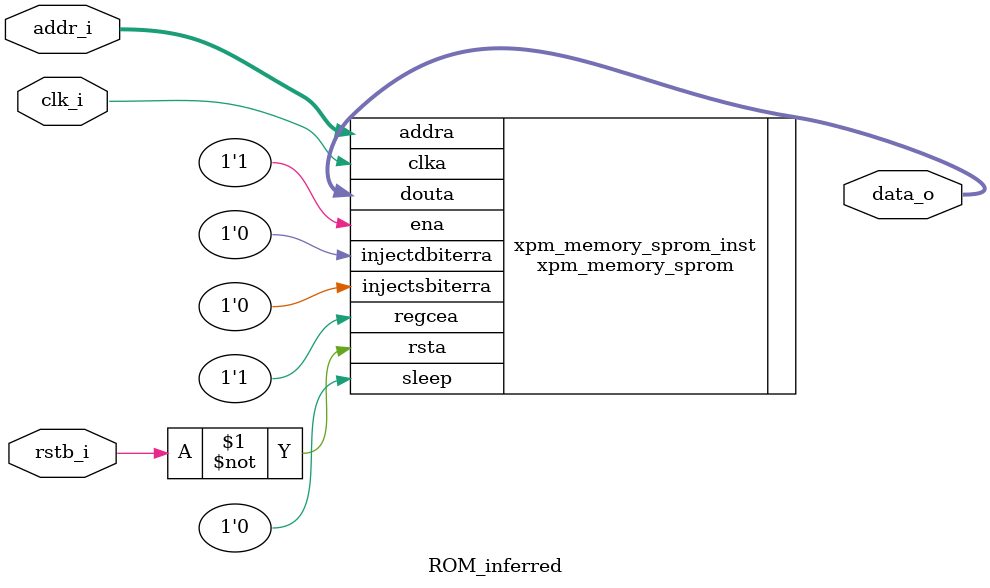
<source format=sv>
/**
Alex Knowlton
4/12/2023

Inferred block RAM using Xylinx Vivado.
*/

module ROM_inferred #(
    parameter N_BITS=8,
    parameter N_ADDR=8,
    parameter LAYER_NUMBER=4,
    parameter MEMORY_INDEX=1
) (
    input logic [$clog2(N_ADDR)-1:0] addr_i,
    output logic [N_BITS-1:0] data_o,
    input logic clk_i,
    input logic rstb_i
);
    localparam logic [7:0] zero = 8'h30;
    localparam logic [7:0] ones = zero + (MEMORY_INDEX % 10);
    localparam logic [7:0] tens = zero + ((MEMORY_INDEX / 10) % 10);
    localparam logic [7:0] hundreds = zero + (MEMORY_INDEX / 100);
    localparam logic [31:0] extension = ".mem";
    localparam logic [71:0] MEM_INIT = {zero+LAYER_NUMBER, 8'h5f, hundreds, tens, ones, extension};

    xpm_memory_sprom #(
        .ADDR_WIDTH_A($clog2(N_ADDR)),              // DECIMAL
        .MEMORY_INIT_FILE(MEM_INIT),     // String
        .MEMORY_OPTIMIZATION("true"),  // String
        .MEMORY_PRIMITIVE("block"),     // String
        .MEMORY_SIZE(N_ADDR*N_BITS),            // DECIMAL
        .MESSAGE_CONTROL(0),           // DECIMAL
        .READ_DATA_WIDTH_A(N_BITS),        // DECIMAL
        .READ_LATENCY_A(1),            // DECIMAL
        .READ_RESET_VALUE_A("0"),      // String
        .RST_MODE_A("SYNC"),           // String
        .SIM_ASSERT_CHK(0),            // DECIMAL; 0=disable simulation messages, 1=enable simulation messages
        .USE_MEM_INIT(1),              // DECIMAL
        .USE_MEM_INIT_MMI(0),          // DECIMAL
        .WAKEUP_TIME("disable_sleep")  // String
    )
    xpm_memory_sprom_inst (
        .douta(data_o),                   // READ_DATA_WIDTH_A-bit output: Data output for port A read operations.
        .addra(addr_i),                   // ADDR_WIDTH_A-bit input: Address for port A read operations.
        .clka(clk_i),                     // 1-bit input: Clock signal for port A.
        .ena(1'b1),                       // 1-bit input: Memory enable signal for port A. Must be high on clock
                                        // cycles when read operations are initiated. Pipelined internally.
        .rsta(~rstb_i),                     // 1-bit input: Reset signal for the final port A output register stage.
                                        // Synchronously resets output port douta to the value specified by
                                        // parameter READ_RESET_VALUE_A.
        .injectsbiterra(1'b0),
        .injectdbiterra(1'b0),
        .regcea(1'b1),
        .sleep(1'b0)
    );

endmodule
</source>
